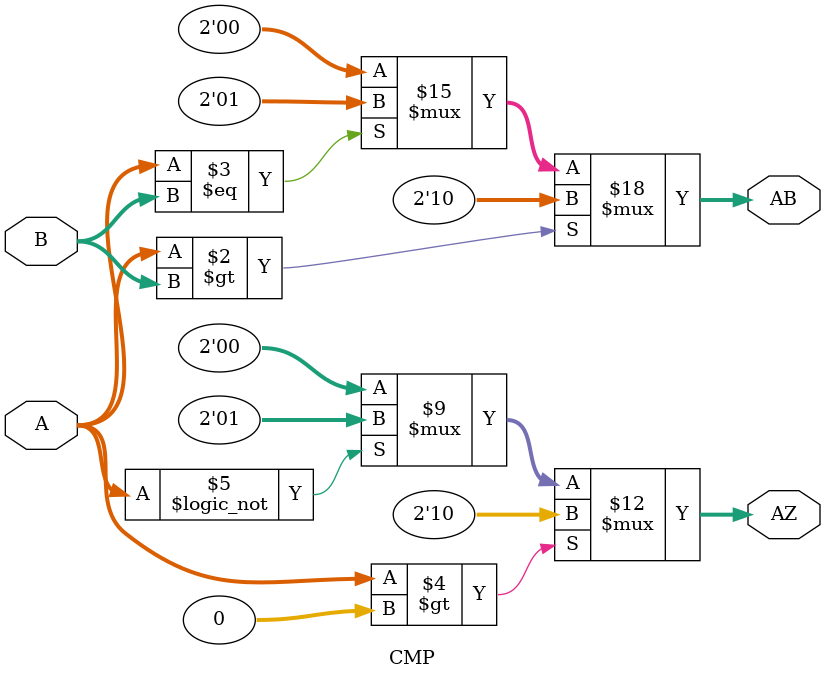
<source format=v>
`timescale 1ns / 1ps
module CMP(
    input [31:0] A,
    input [31:0] B,
    output reg [1:0] AB = 0,
	output reg [1:0] AZ = 0
    );
	
	always @* begin
		if ($signed(A) > $signed(B)) 
			AB <= 2'b10;
		else if ($signed(A) == $signed(B))
			AB <= 2'b01;
		else
			AB <= 2'b00;
		
		if ($signed(A) > 0) 
			AZ <= 2'b10;
		else if ($signed(A) == 0)
			AZ <= 2'b01;
		else
			AZ <= 2'b00;
	end

endmodule

</source>
